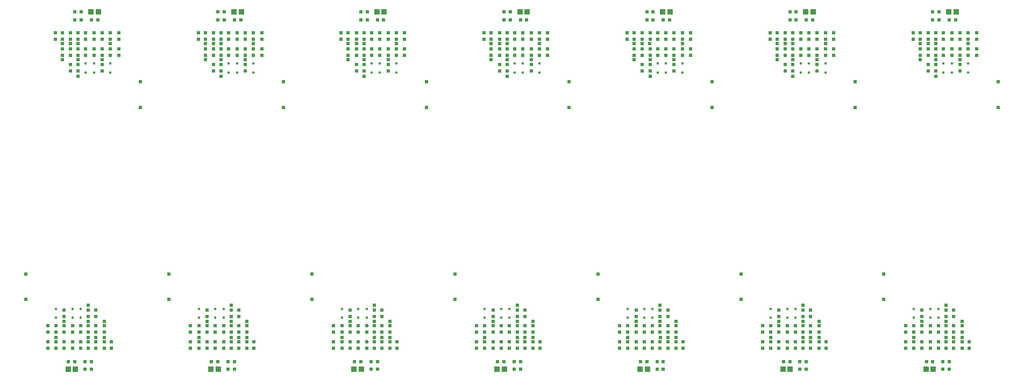
<source format=gbp>
G04 EAGLE Gerber RS-274X export*
G75*
%MOMM*%
%FSLAX34Y34*%
%LPD*%
%INSolderpaste Bottom*%
%IPPOS*%
%AMOC8*
5,1,8,0,0,1.08239X$1,22.5*%
G01*
%ADD10R,0.508000X0.508000*%
%ADD11R,0.600000X0.600000*%
%ADD12R,0.400000X0.400000*%
%ADD13R,0.850000X0.900000*%


D10*
X118000Y169001D03*
D11*
X93000Y136001D03*
X93000Y126001D03*
X80000Y136001D03*
X80000Y126001D03*
X80000Y101001D03*
X80000Y111001D03*
X130000Y151001D03*
X130000Y161001D03*
X93000Y101001D03*
X93000Y111001D03*
X113000Y80001D03*
X123000Y80001D03*
D12*
X106000Y149001D03*
X106000Y163001D03*
X67000Y149001D03*
X67000Y163001D03*
X93000Y163001D03*
X93000Y149001D03*
D13*
X86200Y68001D03*
X97800Y68001D03*
D11*
X106000Y101001D03*
X106000Y111001D03*
X130000Y111001D03*
X130000Y101001D03*
X118000Y111001D03*
X118000Y101001D03*
D10*
X130000Y118001D03*
D11*
X113000Y68001D03*
X123000Y68001D03*
X97000Y80001D03*
X87000Y80001D03*
X67000Y111001D03*
X67000Y101001D03*
X67000Y126001D03*
X67000Y136001D03*
X54000Y126001D03*
X54000Y136001D03*
X54000Y111001D03*
X54000Y101001D03*
X106000Y126001D03*
X106000Y136001D03*
X80000Y151001D03*
X80000Y161001D03*
X118000Y126001D03*
X118000Y136001D03*
D10*
X118100Y118001D03*
D11*
X118000Y151001D03*
X118000Y161001D03*
X130000Y136001D03*
X130000Y126001D03*
X143000Y111001D03*
X143000Y101001D03*
X143000Y136001D03*
X143000Y126001D03*
X154000Y111001D03*
X154000Y101001D03*
D10*
X118000Y143001D03*
X143000Y143001D03*
X143000Y118001D03*
X20000Y178001D03*
X20000Y218001D03*
X67000Y118001D03*
X80000Y143001D03*
X343069Y169001D03*
D11*
X318069Y136001D03*
X318069Y126001D03*
X305069Y136001D03*
X305069Y126001D03*
X305069Y101001D03*
X305069Y111001D03*
X355069Y151001D03*
X355069Y161001D03*
X318069Y101001D03*
X318069Y111001D03*
X338069Y80001D03*
X348069Y80001D03*
D12*
X331069Y149001D03*
X331069Y163001D03*
X292069Y149001D03*
X292069Y163001D03*
X318069Y163001D03*
X318069Y149001D03*
D13*
X311269Y68001D03*
X322869Y68001D03*
D11*
X331069Y101001D03*
X331069Y111001D03*
X355069Y111001D03*
X355069Y101001D03*
X343069Y111001D03*
X343069Y101001D03*
D10*
X355069Y118001D03*
D11*
X338069Y68001D03*
X348069Y68001D03*
X322069Y80001D03*
X312069Y80001D03*
X292069Y111001D03*
X292069Y101001D03*
X292069Y126001D03*
X292069Y136001D03*
X279069Y126001D03*
X279069Y136001D03*
X279069Y111001D03*
X279069Y101001D03*
X331069Y126001D03*
X331069Y136001D03*
X305069Y151001D03*
X305069Y161001D03*
X343069Y126001D03*
X343069Y136001D03*
D10*
X343169Y118001D03*
D11*
X343069Y151001D03*
X343069Y161001D03*
X355069Y136001D03*
X355069Y126001D03*
X368069Y111001D03*
X368069Y101001D03*
X368069Y136001D03*
X368069Y126001D03*
X379069Y111001D03*
X379069Y101001D03*
D10*
X343069Y143001D03*
X368069Y143001D03*
X368069Y118001D03*
X245069Y178001D03*
X245069Y218001D03*
X292069Y118001D03*
X305069Y143001D03*
X568164Y169001D03*
D11*
X543164Y136001D03*
X543164Y126001D03*
X530164Y136001D03*
X530164Y126001D03*
X530164Y101001D03*
X530164Y111001D03*
X580164Y151001D03*
X580164Y161001D03*
X543164Y101001D03*
X543164Y111001D03*
X563164Y80001D03*
X573164Y80001D03*
D12*
X556164Y149001D03*
X556164Y163001D03*
X517164Y149001D03*
X517164Y163001D03*
X543164Y163001D03*
X543164Y149001D03*
D13*
X536364Y68001D03*
X547964Y68001D03*
D11*
X556164Y101001D03*
X556164Y111001D03*
X580164Y111001D03*
X580164Y101001D03*
X568164Y111001D03*
X568164Y101001D03*
D10*
X580164Y118001D03*
D11*
X563164Y68001D03*
X573164Y68001D03*
X547164Y80001D03*
X537164Y80001D03*
X517164Y111001D03*
X517164Y101001D03*
X517164Y126001D03*
X517164Y136001D03*
X504164Y126001D03*
X504164Y136001D03*
X504164Y111001D03*
X504164Y101001D03*
X556164Y126001D03*
X556164Y136001D03*
X530164Y151001D03*
X530164Y161001D03*
X568164Y126001D03*
X568164Y136001D03*
D10*
X568264Y118001D03*
D11*
X568164Y151001D03*
X568164Y161001D03*
X580164Y136001D03*
X580164Y126001D03*
X593164Y111001D03*
X593164Y101001D03*
X593164Y136001D03*
X593164Y126001D03*
X604164Y111001D03*
X604164Y101001D03*
D10*
X568164Y143001D03*
X593164Y143001D03*
X593164Y118001D03*
X470164Y178001D03*
X470164Y218001D03*
X517164Y118001D03*
X530164Y143001D03*
X793234Y169001D03*
D11*
X768234Y136001D03*
X768234Y126001D03*
X755234Y136001D03*
X755234Y126001D03*
X755234Y101001D03*
X755234Y111001D03*
X805234Y151001D03*
X805234Y161001D03*
X768234Y101001D03*
X768234Y111001D03*
X788234Y80001D03*
X798234Y80001D03*
D12*
X781234Y149001D03*
X781234Y163001D03*
X742234Y149001D03*
X742234Y163001D03*
X768234Y163001D03*
X768234Y149001D03*
D13*
X761434Y68001D03*
X773034Y68001D03*
D11*
X781234Y101001D03*
X781234Y111001D03*
X805234Y111001D03*
X805234Y101001D03*
X793234Y111001D03*
X793234Y101001D03*
D10*
X805234Y118001D03*
D11*
X788234Y68001D03*
X798234Y68001D03*
X772234Y80001D03*
X762234Y80001D03*
X742234Y111001D03*
X742234Y101001D03*
X742234Y126001D03*
X742234Y136001D03*
X729234Y126001D03*
X729234Y136001D03*
X729234Y111001D03*
X729234Y101001D03*
X781234Y126001D03*
X781234Y136001D03*
X755234Y151001D03*
X755234Y161001D03*
X793234Y126001D03*
X793234Y136001D03*
D10*
X793334Y118001D03*
D11*
X793234Y151001D03*
X793234Y161001D03*
X805234Y136001D03*
X805234Y126001D03*
X818234Y111001D03*
X818234Y101001D03*
X818234Y136001D03*
X818234Y126001D03*
X829234Y111001D03*
X829234Y101001D03*
D10*
X793234Y143001D03*
X818234Y143001D03*
X818234Y118001D03*
X695234Y178001D03*
X695234Y218001D03*
X742234Y118001D03*
X755234Y143001D03*
X1018328Y169001D03*
D11*
X993328Y136001D03*
X993328Y126001D03*
X980328Y136001D03*
X980328Y126001D03*
X980328Y101001D03*
X980328Y111001D03*
X1030328Y151001D03*
X1030328Y161001D03*
X993328Y101001D03*
X993328Y111001D03*
X1013328Y80001D03*
X1023328Y80001D03*
D12*
X1006328Y149001D03*
X1006328Y163001D03*
X967328Y149001D03*
X967328Y163001D03*
X993328Y163001D03*
X993328Y149001D03*
D13*
X986528Y68001D03*
X998128Y68001D03*
D11*
X1006328Y101001D03*
X1006328Y111001D03*
X1030328Y111001D03*
X1030328Y101001D03*
X1018328Y111001D03*
X1018328Y101001D03*
D10*
X1030328Y118001D03*
D11*
X1013328Y68001D03*
X1023328Y68001D03*
X997328Y80001D03*
X987328Y80001D03*
X967328Y111001D03*
X967328Y101001D03*
X967328Y126001D03*
X967328Y136001D03*
X954328Y126001D03*
X954328Y136001D03*
X954328Y111001D03*
X954328Y101001D03*
X1006328Y126001D03*
X1006328Y136001D03*
X980328Y151001D03*
X980328Y161001D03*
X1018328Y126001D03*
X1018328Y136001D03*
D10*
X1018428Y118001D03*
D11*
X1018328Y151001D03*
X1018328Y161001D03*
X1030328Y136001D03*
X1030328Y126001D03*
X1043328Y111001D03*
X1043328Y101001D03*
X1043328Y136001D03*
X1043328Y126001D03*
X1054328Y111001D03*
X1054328Y101001D03*
D10*
X1018328Y143001D03*
X1043328Y143001D03*
X1043328Y118001D03*
X920328Y178001D03*
X920328Y218001D03*
X967328Y118001D03*
X980328Y143001D03*
X1243398Y169001D03*
D11*
X1218398Y136001D03*
X1218398Y126001D03*
X1205398Y136001D03*
X1205398Y126001D03*
X1205398Y101001D03*
X1205398Y111001D03*
X1255398Y151001D03*
X1255398Y161001D03*
X1218398Y101001D03*
X1218398Y111001D03*
X1238398Y80001D03*
X1248398Y80001D03*
D12*
X1231398Y149001D03*
X1231398Y163001D03*
X1192398Y149001D03*
X1192398Y163001D03*
X1218398Y163001D03*
X1218398Y149001D03*
D13*
X1211598Y68001D03*
X1223198Y68001D03*
D11*
X1231398Y101001D03*
X1231398Y111001D03*
X1255398Y111001D03*
X1255398Y101001D03*
X1243398Y111001D03*
X1243398Y101001D03*
D10*
X1255398Y118001D03*
D11*
X1238398Y68001D03*
X1248398Y68001D03*
X1222398Y80001D03*
X1212398Y80001D03*
X1192398Y111001D03*
X1192398Y101001D03*
X1192398Y126001D03*
X1192398Y136001D03*
X1179398Y126001D03*
X1179398Y136001D03*
X1179398Y111001D03*
X1179398Y101001D03*
X1231398Y126001D03*
X1231398Y136001D03*
X1205398Y151001D03*
X1205398Y161001D03*
X1243398Y126001D03*
X1243398Y136001D03*
D10*
X1243498Y118001D03*
D11*
X1243398Y151001D03*
X1243398Y161001D03*
X1255398Y136001D03*
X1255398Y126001D03*
X1268398Y111001D03*
X1268398Y101001D03*
X1268398Y136001D03*
X1268398Y126001D03*
X1279398Y111001D03*
X1279398Y101001D03*
D10*
X1243398Y143001D03*
X1268398Y143001D03*
X1268398Y118001D03*
X1145398Y178001D03*
X1145398Y218001D03*
X1192398Y118001D03*
X1205398Y143001D03*
X1468493Y169001D03*
D11*
X1443493Y136001D03*
X1443493Y126001D03*
X1430493Y136001D03*
X1430493Y126001D03*
X1430493Y101001D03*
X1430493Y111001D03*
X1480493Y151001D03*
X1480493Y161001D03*
X1443493Y101001D03*
X1443493Y111001D03*
X1463493Y80001D03*
X1473493Y80001D03*
D12*
X1456493Y149001D03*
X1456493Y163001D03*
X1417493Y149001D03*
X1417493Y163001D03*
X1443493Y163001D03*
X1443493Y149001D03*
D13*
X1436693Y68001D03*
X1448293Y68001D03*
D11*
X1456493Y101001D03*
X1456493Y111001D03*
X1480493Y111001D03*
X1480493Y101001D03*
X1468493Y111001D03*
X1468493Y101001D03*
D10*
X1480493Y118001D03*
D11*
X1463493Y68001D03*
X1473493Y68001D03*
X1447493Y80001D03*
X1437493Y80001D03*
X1417493Y111001D03*
X1417493Y101001D03*
X1417493Y126001D03*
X1417493Y136001D03*
X1404493Y126001D03*
X1404493Y136001D03*
X1404493Y111001D03*
X1404493Y101001D03*
X1456493Y126001D03*
X1456493Y136001D03*
X1430493Y151001D03*
X1430493Y161001D03*
X1468493Y126001D03*
X1468493Y136001D03*
D10*
X1468593Y118001D03*
D11*
X1468493Y151001D03*
X1468493Y161001D03*
X1480493Y136001D03*
X1480493Y126001D03*
X1493493Y111001D03*
X1493493Y101001D03*
X1493493Y136001D03*
X1493493Y126001D03*
X1504493Y111001D03*
X1504493Y101001D03*
D10*
X1468493Y143001D03*
X1493493Y143001D03*
X1493493Y118001D03*
X1370493Y178001D03*
X1370493Y218001D03*
X1417493Y118001D03*
X1430493Y143001D03*
X101989Y529499D03*
D11*
X126989Y562499D03*
X126989Y572499D03*
X139989Y562499D03*
X139989Y572499D03*
X139989Y597499D03*
X139989Y587499D03*
X89989Y547499D03*
X89989Y537499D03*
X126989Y597499D03*
X126989Y587499D03*
X106989Y618499D03*
X96989Y618499D03*
D12*
X113989Y549499D03*
X113989Y535499D03*
X152989Y549499D03*
X152989Y535499D03*
X126989Y535499D03*
X126989Y549499D03*
D13*
X133789Y630499D03*
X122189Y630499D03*
D11*
X113989Y597499D03*
X113989Y587499D03*
X89989Y587499D03*
X89989Y597499D03*
X101989Y587499D03*
X101989Y597499D03*
D10*
X89989Y580499D03*
D11*
X106989Y630499D03*
X96989Y630499D03*
X122989Y618499D03*
X132989Y618499D03*
X152989Y587499D03*
X152989Y597499D03*
X152989Y572499D03*
X152989Y562499D03*
X165989Y572499D03*
X165989Y562499D03*
X165989Y587499D03*
X165989Y597499D03*
X113989Y572499D03*
X113989Y562499D03*
X139989Y547499D03*
X139989Y537499D03*
X101989Y572499D03*
X101989Y562499D03*
D10*
X101889Y580499D03*
D11*
X101989Y547499D03*
X101989Y537499D03*
X89989Y562499D03*
X89989Y572499D03*
X76989Y587499D03*
X76989Y597499D03*
X76989Y562499D03*
X76989Y572499D03*
X65989Y587499D03*
X65989Y597499D03*
D10*
X101989Y555499D03*
X76989Y555499D03*
X76989Y580499D03*
X199989Y520499D03*
X199989Y480499D03*
X152989Y580499D03*
X139989Y555499D03*
X327084Y529499D03*
D11*
X352084Y562499D03*
X352084Y572499D03*
X365084Y562499D03*
X365084Y572499D03*
X365084Y597499D03*
X365084Y587499D03*
X315084Y547499D03*
X315084Y537499D03*
X352084Y597499D03*
X352084Y587499D03*
X332084Y618499D03*
X322084Y618499D03*
D12*
X339084Y549499D03*
X339084Y535499D03*
X378084Y549499D03*
X378084Y535499D03*
X352084Y535499D03*
X352084Y549499D03*
D13*
X358884Y630499D03*
X347284Y630499D03*
D11*
X339084Y597499D03*
X339084Y587499D03*
X315084Y587499D03*
X315084Y597499D03*
X327084Y587499D03*
X327084Y597499D03*
D10*
X315084Y580499D03*
D11*
X332084Y630499D03*
X322084Y630499D03*
X348084Y618499D03*
X358084Y618499D03*
X378084Y587499D03*
X378084Y597499D03*
X378084Y572499D03*
X378084Y562499D03*
X391084Y572499D03*
X391084Y562499D03*
X391084Y587499D03*
X391084Y597499D03*
X339084Y572499D03*
X339084Y562499D03*
X365084Y547499D03*
X365084Y537499D03*
X327084Y572499D03*
X327084Y562499D03*
D10*
X326984Y580499D03*
D11*
X327084Y547499D03*
X327084Y537499D03*
X315084Y562499D03*
X315084Y572499D03*
X302084Y587499D03*
X302084Y597499D03*
X302084Y562499D03*
X302084Y572499D03*
X291084Y587499D03*
X291084Y597499D03*
D10*
X327084Y555499D03*
X302084Y555499D03*
X302084Y580499D03*
X425084Y520499D03*
X425084Y480499D03*
X378084Y580499D03*
X365084Y555499D03*
X552154Y529499D03*
D11*
X577154Y562499D03*
X577154Y572499D03*
X590154Y562499D03*
X590154Y572499D03*
X590154Y597499D03*
X590154Y587499D03*
X540154Y547499D03*
X540154Y537499D03*
X577154Y597499D03*
X577154Y587499D03*
X557154Y618499D03*
X547154Y618499D03*
D12*
X564154Y549499D03*
X564154Y535499D03*
X603154Y549499D03*
X603154Y535499D03*
X577154Y535499D03*
X577154Y549499D03*
D13*
X583954Y630499D03*
X572354Y630499D03*
D11*
X564154Y597499D03*
X564154Y587499D03*
X540154Y587499D03*
X540154Y597499D03*
X552154Y587499D03*
X552154Y597499D03*
D10*
X540154Y580499D03*
D11*
X557154Y630499D03*
X547154Y630499D03*
X573154Y618499D03*
X583154Y618499D03*
X603154Y587499D03*
X603154Y597499D03*
X603154Y572499D03*
X603154Y562499D03*
X616154Y572499D03*
X616154Y562499D03*
X616154Y587499D03*
X616154Y597499D03*
X564154Y572499D03*
X564154Y562499D03*
X590154Y547499D03*
X590154Y537499D03*
X552154Y572499D03*
X552154Y562499D03*
D10*
X552054Y580499D03*
D11*
X552154Y547499D03*
X552154Y537499D03*
X540154Y562499D03*
X540154Y572499D03*
X527154Y587499D03*
X527154Y597499D03*
X527154Y562499D03*
X527154Y572499D03*
X516154Y587499D03*
X516154Y597499D03*
D10*
X552154Y555499D03*
X527154Y555499D03*
X527154Y580499D03*
X650154Y520499D03*
X650154Y480499D03*
X603154Y580499D03*
X590154Y555499D03*
X777248Y529499D03*
D11*
X802248Y562499D03*
X802248Y572499D03*
X815248Y562499D03*
X815248Y572499D03*
X815248Y597499D03*
X815248Y587499D03*
X765248Y547499D03*
X765248Y537499D03*
X802248Y597499D03*
X802248Y587499D03*
X782248Y618499D03*
X772248Y618499D03*
D12*
X789248Y549499D03*
X789248Y535499D03*
X828248Y549499D03*
X828248Y535499D03*
X802248Y535499D03*
X802248Y549499D03*
D13*
X809048Y630499D03*
X797448Y630499D03*
D11*
X789248Y597499D03*
X789248Y587499D03*
X765248Y587499D03*
X765248Y597499D03*
X777248Y587499D03*
X777248Y597499D03*
D10*
X765248Y580499D03*
D11*
X782248Y630499D03*
X772248Y630499D03*
X798248Y618499D03*
X808248Y618499D03*
X828248Y587499D03*
X828248Y597499D03*
X828248Y572499D03*
X828248Y562499D03*
X841248Y572499D03*
X841248Y562499D03*
X841248Y587499D03*
X841248Y597499D03*
X789248Y572499D03*
X789248Y562499D03*
X815248Y547499D03*
X815248Y537499D03*
X777248Y572499D03*
X777248Y562499D03*
D10*
X777148Y580499D03*
D11*
X777248Y547499D03*
X777248Y537499D03*
X765248Y562499D03*
X765248Y572499D03*
X752248Y587499D03*
X752248Y597499D03*
X752248Y562499D03*
X752248Y572499D03*
X741248Y587499D03*
X741248Y597499D03*
D10*
X777248Y555499D03*
X752248Y555499D03*
X752248Y580499D03*
X875248Y520499D03*
X875248Y480499D03*
X828248Y580499D03*
X815248Y555499D03*
X1002318Y529499D03*
D11*
X1027318Y562499D03*
X1027318Y572499D03*
X1040318Y562499D03*
X1040318Y572499D03*
X1040318Y597499D03*
X1040318Y587499D03*
X990318Y547499D03*
X990318Y537499D03*
X1027318Y597499D03*
X1027318Y587499D03*
X1007318Y618499D03*
X997318Y618499D03*
D12*
X1014318Y549499D03*
X1014318Y535499D03*
X1053318Y549499D03*
X1053318Y535499D03*
X1027318Y535499D03*
X1027318Y549499D03*
D13*
X1034118Y630499D03*
X1022518Y630499D03*
D11*
X1014318Y597499D03*
X1014318Y587499D03*
X990318Y587499D03*
X990318Y597499D03*
X1002318Y587499D03*
X1002318Y597499D03*
D10*
X990318Y580499D03*
D11*
X1007318Y630499D03*
X997318Y630499D03*
X1023318Y618499D03*
X1033318Y618499D03*
X1053318Y587499D03*
X1053318Y597499D03*
X1053318Y572499D03*
X1053318Y562499D03*
X1066318Y572499D03*
X1066318Y562499D03*
X1066318Y587499D03*
X1066318Y597499D03*
X1014318Y572499D03*
X1014318Y562499D03*
X1040318Y547499D03*
X1040318Y537499D03*
X1002318Y572499D03*
X1002318Y562499D03*
D10*
X1002218Y580499D03*
D11*
X1002318Y547499D03*
X1002318Y537499D03*
X990318Y562499D03*
X990318Y572499D03*
X977318Y587499D03*
X977318Y597499D03*
X977318Y562499D03*
X977318Y572499D03*
X966318Y587499D03*
X966318Y597499D03*
D10*
X1002318Y555499D03*
X977318Y555499D03*
X977318Y580499D03*
X1100318Y520499D03*
X1100318Y480499D03*
X1053318Y580499D03*
X1040318Y555499D03*
X1227413Y529499D03*
D11*
X1252413Y562499D03*
X1252413Y572499D03*
X1265413Y562499D03*
X1265413Y572499D03*
X1265413Y597499D03*
X1265413Y587499D03*
X1215413Y547499D03*
X1215413Y537499D03*
X1252413Y597499D03*
X1252413Y587499D03*
X1232413Y618499D03*
X1222413Y618499D03*
D12*
X1239413Y549499D03*
X1239413Y535499D03*
X1278413Y549499D03*
X1278413Y535499D03*
X1252413Y535499D03*
X1252413Y549499D03*
D13*
X1259213Y630499D03*
X1247613Y630499D03*
D11*
X1239413Y597499D03*
X1239413Y587499D03*
X1215413Y587499D03*
X1215413Y597499D03*
X1227413Y587499D03*
X1227413Y597499D03*
D10*
X1215413Y580499D03*
D11*
X1232413Y630499D03*
X1222413Y630499D03*
X1248413Y618499D03*
X1258413Y618499D03*
X1278413Y587499D03*
X1278413Y597499D03*
X1278413Y572499D03*
X1278413Y562499D03*
X1291413Y572499D03*
X1291413Y562499D03*
X1291413Y587499D03*
X1291413Y597499D03*
X1239413Y572499D03*
X1239413Y562499D03*
X1265413Y547499D03*
X1265413Y537499D03*
X1227413Y572499D03*
X1227413Y562499D03*
D10*
X1227313Y580499D03*
D11*
X1227413Y547499D03*
X1227413Y537499D03*
X1215413Y562499D03*
X1215413Y572499D03*
X1202413Y587499D03*
X1202413Y597499D03*
X1202413Y562499D03*
X1202413Y572499D03*
X1191413Y587499D03*
X1191413Y597499D03*
D10*
X1227413Y555499D03*
X1202413Y555499D03*
X1202413Y580499D03*
X1325413Y520499D03*
X1325413Y480499D03*
X1278413Y580499D03*
X1265413Y555499D03*
X1452482Y529499D03*
D11*
X1477482Y562499D03*
X1477482Y572499D03*
X1490482Y562499D03*
X1490482Y572499D03*
X1490482Y597499D03*
X1490482Y587499D03*
X1440482Y547499D03*
X1440482Y537499D03*
X1477482Y597499D03*
X1477482Y587499D03*
X1457482Y618499D03*
X1447482Y618499D03*
D12*
X1464482Y549499D03*
X1464482Y535499D03*
X1503482Y549499D03*
X1503482Y535499D03*
X1477482Y535499D03*
X1477482Y549499D03*
D13*
X1484282Y630499D03*
X1472682Y630499D03*
D11*
X1464482Y597499D03*
X1464482Y587499D03*
X1440482Y587499D03*
X1440482Y597499D03*
X1452482Y587499D03*
X1452482Y597499D03*
D10*
X1440482Y580499D03*
D11*
X1457482Y630499D03*
X1447482Y630499D03*
X1473482Y618499D03*
X1483482Y618499D03*
X1503482Y587499D03*
X1503482Y597499D03*
X1503482Y572499D03*
X1503482Y562499D03*
X1516482Y572499D03*
X1516482Y562499D03*
X1516482Y587499D03*
X1516482Y597499D03*
X1464482Y572499D03*
X1464482Y562499D03*
X1490482Y547499D03*
X1490482Y537499D03*
X1452482Y572499D03*
X1452482Y562499D03*
D10*
X1452382Y580499D03*
D11*
X1452482Y547499D03*
X1452482Y537499D03*
X1440482Y562499D03*
X1440482Y572499D03*
X1427482Y587499D03*
X1427482Y597499D03*
X1427482Y562499D03*
X1427482Y572499D03*
X1416482Y587499D03*
X1416482Y597499D03*
D10*
X1452482Y555499D03*
X1427482Y555499D03*
X1427482Y580499D03*
X1550482Y520499D03*
X1550482Y480499D03*
X1503482Y580499D03*
X1490482Y555499D03*
M02*

</source>
